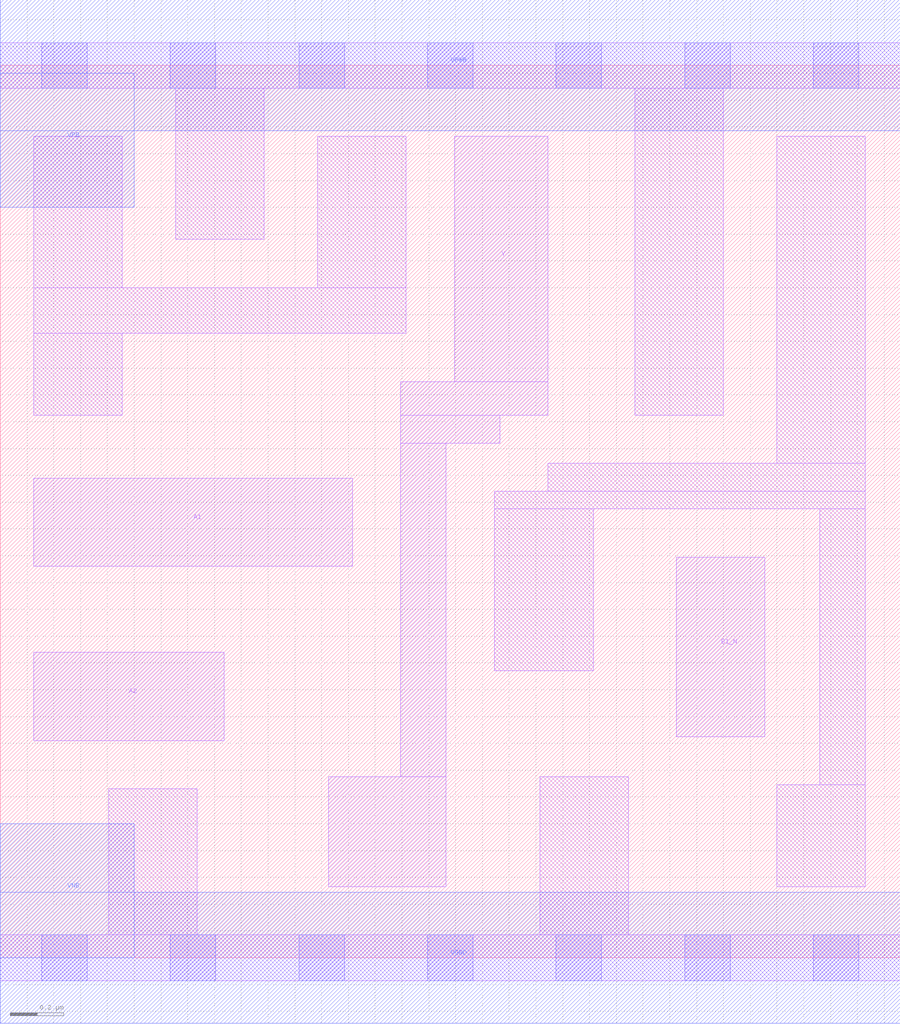
<source format=lef>
# Copyright 2020 The SkyWater PDK Authors
#
# Licensed under the Apache License, Version 2.0 (the "License");
# you may not use this file except in compliance with the License.
# You may obtain a copy of the License at
#
#     https://www.apache.org/licenses/LICENSE-2.0
#
# Unless required by applicable law or agreed to in writing, software
# distributed under the License is distributed on an "AS IS" BASIS,
# WITHOUT WARRANTIES OR CONDITIONS OF ANY KIND, either express or implied.
# See the License for the specific language governing permissions and
# limitations under the License.
#
# SPDX-License-Identifier: Apache-2.0

VERSION 5.5 ;
NAMESCASESENSITIVE ON ;
BUSBITCHARS "[]" ;
DIVIDERCHAR "/" ;
MACRO sky130_fd_sc_lp__a21boi_lp
  CLASS CORE ;
  SOURCE USER ;
  ORIGIN  0.000000  0.000000 ;
  SIZE  3.360000 BY  3.330000 ;
  SYMMETRY X Y R90 ;
  SITE unit ;
  PIN A1
    ANTENNAGATEAREA  0.313000 ;
    DIRECTION INPUT ;
    USE SIGNAL ;
    PORT
      LAYER li1 ;
        RECT 0.125000 1.460000 1.315000 1.790000 ;
    END
  END A1
  PIN A2
    ANTENNAGATEAREA  0.313000 ;
    DIRECTION INPUT ;
    USE SIGNAL ;
    PORT
      LAYER li1 ;
        RECT 0.125000 0.810000 0.835000 1.140000 ;
    END
  END A2
  PIN B1_N
    ANTENNAGATEAREA  0.376000 ;
    DIRECTION INPUT ;
    USE SIGNAL ;
    PORT
      LAYER li1 ;
        RECT 2.525000 0.825000 2.855000 1.495000 ;
    END
  END B1_N
  PIN Y
    ANTENNADIFFAREA  0.402600 ;
    DIRECTION OUTPUT ;
    USE SIGNAL ;
    PORT
      LAYER li1 ;
        RECT 1.225000 0.265000 1.665000 0.675000 ;
        RECT 1.495000 0.675000 1.665000 1.920000 ;
        RECT 1.495000 1.920000 1.865000 2.025000 ;
        RECT 1.495000 2.025000 2.045000 2.150000 ;
        RECT 1.695000 2.150000 2.045000 3.065000 ;
    END
  END Y
  PIN VGND
    DIRECTION INOUT ;
    USE GROUND ;
    PORT
      LAYER met1 ;
        RECT 0.000000 -0.245000 3.360000 0.245000 ;
    END
  END VGND
  PIN VNB
    DIRECTION INOUT ;
    USE GROUND ;
    PORT
    END
  END VNB
  PIN VPB
    DIRECTION INOUT ;
    USE POWER ;
    PORT
    END
  END VPB
  PIN VNB
    DIRECTION INOUT ;
    USE GROUND ;
    PORT
      LAYER met1 ;
        RECT 0.000000 0.000000 0.500000 0.500000 ;
    END
  END VNB
  PIN VPB
    DIRECTION INOUT ;
    USE POWER ;
    PORT
      LAYER met1 ;
        RECT 0.000000 2.800000 0.500000 3.300000 ;
    END
  END VPB
  PIN VPWR
    DIRECTION INOUT ;
    USE POWER ;
    PORT
      LAYER met1 ;
        RECT 0.000000 3.085000 3.360000 3.575000 ;
    END
  END VPWR
  OBS
    LAYER li1 ;
      RECT 0.000000 -0.085000 3.360000 0.085000 ;
      RECT 0.000000  3.245000 3.360000 3.415000 ;
      RECT 0.125000  2.025000 0.455000 2.330000 ;
      RECT 0.125000  2.330000 1.515000 2.500000 ;
      RECT 0.125000  2.500000 0.455000 3.065000 ;
      RECT 0.405000  0.085000 0.735000 0.630000 ;
      RECT 0.655000  2.680000 0.985000 3.245000 ;
      RECT 1.185000  2.500000 1.515000 3.065000 ;
      RECT 1.845000  1.070000 2.215000 1.675000 ;
      RECT 1.845000  1.675000 3.230000 1.740000 ;
      RECT 2.015000  0.085000 2.345000 0.675000 ;
      RECT 2.045000  1.740000 3.230000 1.845000 ;
      RECT 2.370000  2.025000 2.700000 3.245000 ;
      RECT 2.900000  0.265000 3.230000 0.645000 ;
      RECT 2.900000  1.845000 3.230000 3.065000 ;
      RECT 3.060000  0.645000 3.230000 1.675000 ;
    LAYER mcon ;
      RECT 0.155000 -0.085000 0.325000 0.085000 ;
      RECT 0.155000  3.245000 0.325000 3.415000 ;
      RECT 0.635000 -0.085000 0.805000 0.085000 ;
      RECT 0.635000  3.245000 0.805000 3.415000 ;
      RECT 1.115000 -0.085000 1.285000 0.085000 ;
      RECT 1.115000  3.245000 1.285000 3.415000 ;
      RECT 1.595000 -0.085000 1.765000 0.085000 ;
      RECT 1.595000  3.245000 1.765000 3.415000 ;
      RECT 2.075000 -0.085000 2.245000 0.085000 ;
      RECT 2.075000  3.245000 2.245000 3.415000 ;
      RECT 2.555000 -0.085000 2.725000 0.085000 ;
      RECT 2.555000  3.245000 2.725000 3.415000 ;
      RECT 3.035000 -0.085000 3.205000 0.085000 ;
      RECT 3.035000  3.245000 3.205000 3.415000 ;
  END
END sky130_fd_sc_lp__a21boi_lp
END LIBRARY

</source>
